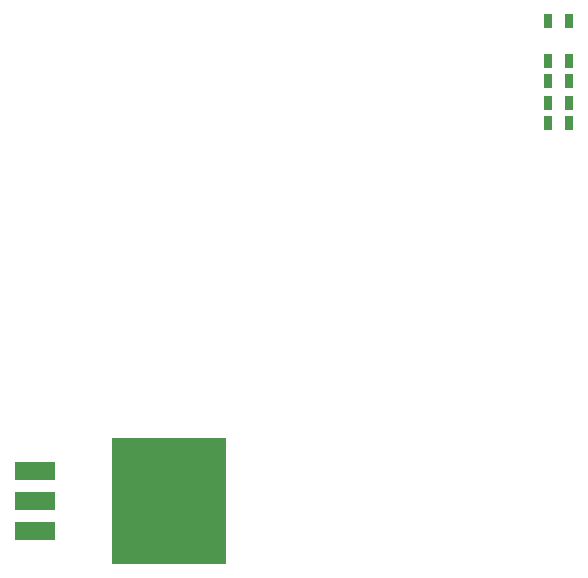
<source format=gtp>
G04 EAGLE Gerber RS-274X export*
G75*
%MOMM*%
%FSLAX34Y34*%
%LPD*%
%INTop Paste*%
%IPPOS*%
%AMOC8*
5,1,8,0,0,1.08239X$1,22.5*%
G01*
%ADD10R,9.652000X10.668000*%
%ADD11R,3.500000X1.600000*%
%ADD12R,0.800000X1.200000*%


D10*
X193360Y58420D03*
D11*
X79810Y58420D03*
X79810Y33020D03*
X79810Y83820D03*
D12*
X514343Y431446D03*
X532343Y431446D03*
X532275Y464982D03*
X514275Y464982D03*
X532308Y395663D03*
X514308Y395663D03*
X514233Y378441D03*
X532233Y378441D03*
X514240Y414020D03*
X532240Y414020D03*
M02*

</source>
